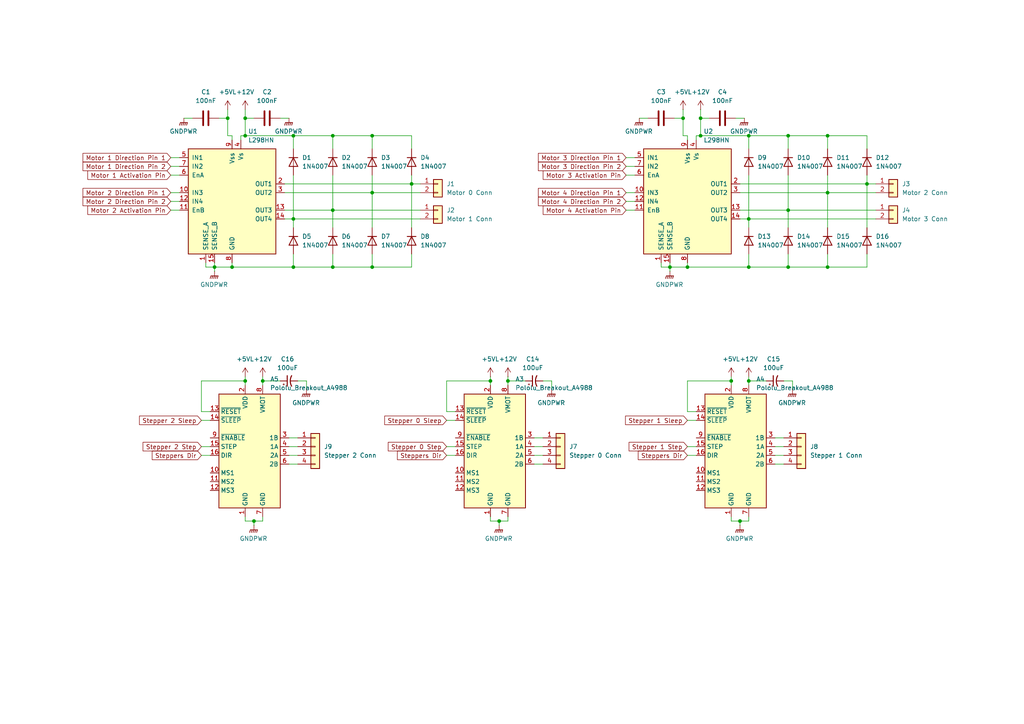
<source format=kicad_sch>
(kicad_sch (version 20250114) (generator "eeschema") (generator_version "9.0")
  (paper "A4")
  (lib_symbols
    (symbol "Connector_Generic:Conn_01x02" (pin_names (offset 1.016) (hide yes))
      (property "Reference" "J" (at 0 2.54 0))
      (property "Value" "Conn_01x02" (at 0 -5.08 0))
      (symbol "Conn_01x02_1_1"
        (rectangle (start -1.27 1.27) (end 1.27 -3.81) (stroke (width 0.254)) (fill (type background)))
        (rectangle (start -1.27 0.127) (end 0 -0.127) (stroke (width 0.1524)))
        (rectangle (start -1.27 -2.413) (end 0 -2.667) (stroke (width 0.1524)))
        (pin passive line (at -5.08 0 0) (length 3.81) (name "Pin_1") (number "1"))
        (pin passive line (at -5.08 -2.54 0) (length 3.81) (name "Pin_2") (number "2"))
      )
    )
    (symbol "Connector_Generic:Conn_01x04" (pin_names (offset 1.016) (hide yes))
      (property "Reference" "J" (at 0 5.08 0))
      (property "Value" "Conn_01x04" (at 0 -7.62 0))
      (symbol "Conn_01x04_1_1"
        (rectangle (start -1.27 3.81) (end 1.27 -6.35) (stroke (width 0.254)) (fill (type background)))
        (rectangle (start -1.27 2.667) (end 0 2.413) (stroke (width 0.1524)))
        (rectangle (start -1.27 0.127) (end 0 -0.127) (stroke (width 0.1524)))
        (rectangle (start -1.27 -2.413) (end 0 -2.667) (stroke (width 0.1524)))
        (rectangle (start -1.27 -4.953) (end 0 -5.207) (stroke (width 0.1524)))
        (pin passive line (at -5.08 2.54 0) (length 3.81) (name "Pin_1") (number "1"))
        (pin passive line (at -5.08 0 0) (length 3.81) (name "Pin_2") (number "2"))
        (pin passive line (at -5.08 -2.54 0) (length 3.81) (name "Pin_3") (number "3"))
        (pin passive line (at -5.08 -5.08 0) (length 3.81) (name "Pin_4") (number "4"))
      )
    )
    (symbol "Device:C" (pin_numbers (hide yes)) (pin_names (offset 0.254))
      (property "Reference" "C" (at 0.635 2.54 0))
      (property "Value" "C" (at 0.635 -2.54 0))
      (symbol "C_0_1"
        (polyline (pts (xy -2.032 0.762) (xy 2.032 0.762)) (stroke (width 0.508)))
        (polyline (pts (xy -2.032 -0.762) (xy 2.032 -0.762)) (stroke (width 0.508)))
      )
      (symbol "C_1_1"
        (pin passive line (at 0 3.81 270) (length 2.794) (name "~") (number "1"))
        (pin passive line (at 0 -3.81 90) (length 2.794) (name "~") (number "2"))
      )
    )
    (symbol "Device:C_Polarized_Small_US" (pin_numbers (hide yes)) (pin_names (offset 0.254) (hide yes))
      (property "Reference" "C" (at 0.254 1.778 0))
      (property "Value" "C_Polarized_Small_US" (at 0.254 -2.032 0))
      (symbol "C_Polarized_Small_US_0_1"
        (polyline (pts (xy -1.524 0.508) (xy 1.524 0.508)) (stroke (width 0.3048)))
        (polyline (pts (xy -1.27 1.524) (xy -0.762 1.524)))
        (polyline (pts (xy -1.016 1.27) (xy -1.016 1.778)))
        (arc (start -1.524 -0.762) (mid 0 -0.3734) (end 1.524 -0.762) (stroke (width 0.3048)))
      )
      (symbol "C_Polarized_Small_US_1_1"
        (pin passive line (at 0 2.54 270) (length 2.032) (name "~") (number "1"))
        (pin passive line (at 0 -2.54 90) (length 2.032) (name "~") (number "2"))
      )
    )
    (symbol "Diode:1N4007" (pin_numbers (hide yes)) (pin_names (hide yes))
      (property "Reference" "D" (at 0 2.54 0))
      (property "Value" "1N4007" (at 0 -2.54 0))
      (symbol "1N4007_0_1"
        (polyline (pts (xy -1.27 1.27) (xy -1.27 -1.27)) (stroke (width 0.254)))
        (polyline (pts (xy 1.27 1.27) (xy 1.27 -1.27) (xy -1.27 0) (xy 1.27 1.27)) (stroke (width 0.254)))
        (polyline (pts (xy 1.27 0) (xy -1.27 0)))
      )
      (symbol "1N4007_1_1"
        (pin passive line (at -3.81 0 0) (length 2.54) (name "K") (number "1"))
        (pin passive line (at 3.81 0 180) (length 2.54) (name "A") (number "2"))
      )
    )
    (symbol "Driver_Motor:L298HN" (pin_names (offset 1.016))
      (property "Reference" "U" (at -10.16 16.51 0))
      (property "Value" "L298HN" (at 12.7 16.51 0))
      (symbol "L298HN_0_1"
        (rectangle (start -12.7 15.24) (end 12.7 -15.24) (stroke (width 0.254)) (fill (type background)))
      )
      (symbol "L298HN_1_1"
        (pin input line (at -15.24 12.7 0) (length 2.54) (name "IN1") (number "5"))
        (pin input line (at -15.24 10.16 0) (length 2.54) (name "IN2") (number "7"))
        (pin input line (at -15.24 7.62 0) (length 2.54) (name "EnA") (number "6"))
        (pin input line (at -15.24 2.54 0) (length 2.54) (name "IN3") (number "10"))
        (pin input line (at -15.24 0 0) (length 2.54) (name "IN4") (number "12"))
        (pin input line (at -15.24 -2.54 0) (length 2.54) (name "EnB") (number "11"))
        (pin power_in line (at -7.62 -17.78 90) (length 2.54) (name "SENSE_A") (number "1"))
        (pin power_in line (at -5.08 -17.78 90) (length 2.54) (name "SENSE_B") (number "15"))
        (pin power_in line (at 0 17.78 270) (length 2.54) (name "Vss") (number "9"))
        (pin power_in line (at 0 -17.78 90) (length 2.54) (name "GND") (number "8"))
        (pin power_in line (at 2.54 17.78 270) (length 2.54) (name "Vs") (number "4"))
        (pin output line (at 15.24 5.08 180) (length 2.54) (name "OUT1") (number "2"))
        (pin output line (at 15.24 2.54 180) (length 2.54) (name "OUT2") (number "3"))
        (pin output line (at 15.24 -2.54 180) (length 2.54) (name "OUT3") (number "13"))
        (pin output line (at 15.24 -5.08 180) (length 2.54) (name "OUT4") (number "14"))
      )
    )
    (symbol "Driver_Motor:Pololu_Breakout_A4988"
      (property "Reference" "A" (at -2.54 19.05 0))
      (property "Value" "Pololu_Breakout_A4988" (at -2.54 16.51 0))
      (symbol "Pololu_Breakout_A4988_0_1"
        (rectangle (start 10.16 -17.78) (end -7.62 15.24) (stroke (width 0.254)) (fill (type background)))
      )
      (symbol "Pololu_Breakout_A4988_1_1"
        (pin input line (at -10.16 10.16 0) (length 2.54) (name "~{RESET}") (number "13"))
        (pin input line (at -10.16 7.62 0) (length 2.54) (name "~{SLEEP}") (number "14"))
        (pin input line (at -10.16 2.54 0) (length 2.54) (name "~{ENABLE}") (number "9"))
        (pin input line (at -10.16 0 0) (length 2.54) (name "STEP") (number "15"))
        (pin input line (at -10.16 -2.54 0) (length 2.54) (name "DIR") (number "16"))
        (pin input line (at -10.16 -7.62 0) (length 2.54) (name "MS1") (number "10"))
        (pin input line (at -10.16 -10.16 0) (length 2.54) (name "MS2") (number "11"))
        (pin input line (at -10.16 -12.7 0) (length 2.54) (name "MS3") (number "12"))
        (pin power_in line (at 0 17.78 270) (length 2.54) (name "VDD") (number "2"))
        (pin power_in line (at 0 -20.32 90) (length 2.54) (name "GND") (number "1"))
        (pin power_in line (at 5.08 17.78 270) (length 2.54) (name "VMOT") (number "8"))
        (pin power_in line (at 5.08 -20.32 90) (length 2.54) (name "GND") (number "7"))
        (pin output line (at 12.7 2.54 180) (length 2.54) (name "1B") (number "3"))
        (pin output line (at 12.7 0 180) (length 2.54) (name "1A") (number "4"))
        (pin output line (at 12.7 -2.54 180) (length 2.54) (name "2A") (number "5"))
        (pin output line (at 12.7 -5.08 180) (length 2.54) (name "2B") (number "6"))
      )
    )
    (symbol "power:+12V" (power) (pin_numbers (hide yes)) (pin_names (offset 0) (hide yes))
      (property "Value" "+12V" (at 0 3.556 0))
      (symbol "+12V_0_1"
        (polyline (pts (xy -0.762 1.27) (xy 0 2.54)))
        (polyline (pts (xy 0 2.54) (xy 0.762 1.27)))
        (polyline (pts (xy 0 0) (xy 0 2.54)))
      )
      (symbol "+12V_1_1"
        (pin power_in line (at 0 0 90) (length 0) (name "~") (number "1"))
      )
    )
    (symbol "power:+5VL" (power) (pin_numbers (hide yes)) (pin_names (offset 0) (hide yes))
      (property "Value" "+5VL" (at 0 3.556 0))
      (symbol "+5VL_0_1"
        (polyline (pts (xy -0.762 1.27) (xy 0 2.54)))
        (polyline (pts (xy 0 2.54) (xy 0.762 1.27)))
        (polyline (pts (xy 0 0) (xy 0 2.54)))
      )
      (symbol "+5VL_1_1"
        (pin power_in line (at 0 0 90) (length 0) (name "~") (number "1"))
      )
    )
    (symbol "power:GNDPWR" (power) (pin_numbers (hide yes)) (pin_names (offset 0) (hide yes))
      (property "Value" "GNDPWR" (at 0 -3.302 0))
      (symbol "GNDPWR_0_1"
        (polyline (pts (xy -1.016 -1.27) (xy -1.27 -2.032) (xy -1.27 -2.032)) (stroke (width 0.2032)))
        (polyline (pts (xy -0.508 -1.27) (xy -0.762 -2.032) (xy -0.762 -2.032)) (stroke (width 0.2032)))
        (polyline (pts (xy 0 -1.27) (xy 0 0)))
        (polyline (pts (xy 0 -1.27) (xy -0.254 -2.032) (xy -0.254 -2.032)) (stroke (width 0.2032)))
        (polyline (pts (xy 0.508 -1.27) (xy 0.254 -2.032) (xy 0.254 -2.032)) (stroke (width 0.2032)))
        (polyline (pts (xy 1.016 -1.27) (xy -1.016 -1.27) (xy -1.016 -1.27)) (stroke (width 0.2032)))
        (polyline (pts (xy 1.016 -1.27) (xy 0.762 -2.032) (xy 0.762 -2.032) (xy 0.762 -2.032)) (stroke (width 0.2032)))
      )
      (symbol "GNDPWR_1_1"
        (pin power_in line (at 0 0 270) (length 0) (name "~") (number "1"))
      )
    )
  )
  (junction (at 228.6 60.96))
  (junction (at 142.24 110.49))
  (junction (at 212.09 110.49))
  (junction (at 147.32 110.49))
  (junction (at 107.95 39.37))
  (junction (at 96.52 77.47))
  (junction (at 228.6 77.47))
  (junction (at 217.17 110.49))
  (junction (at 85.09 77.47))
  (junction (at 144.78 151.13))
  (junction (at 217.17 63.5))
  (junction (at 85.09 39.37))
  (junction (at 96.52 60.96))
  (junction (at 194.31 77.47))
  (junction (at 214.63 151.13))
  (junction (at 119.38 53.34))
  (junction (at 240.03 39.37))
  (junction (at 73.66 151.13))
  (junction (at 66.04 34.29))
  (junction (at 240.03 55.88))
  (junction (at 203.2 34.29))
  (junction (at 67.31 77.47))
  (junction (at 85.09 63.5))
  (junction (at 107.95 55.88))
  (junction (at 240.03 77.47))
  (junction (at 198.12 34.29))
  (junction (at 217.17 39.37))
  (junction (at 203.2 39.37))
  (junction (at 217.17 77.47))
  (junction (at 71.12 34.29))
  (junction (at 251.46 53.34))
  (junction (at 199.39 77.47))
  (junction (at 71.12 39.37))
  (junction (at 107.95 77.47))
  (junction (at 62.23 77.47))
  (junction (at 96.52 39.37))
  (junction (at 71.12 110.49))
  (junction (at 76.2 110.49))
  (junction (at 228.6 39.37))
  (wire (pts (xy 217.17 63.5) (xy 254 63.5)))
  (wire (pts (xy 71.12 34.29) (xy 71.12 39.37)))
  (wire (pts (xy 198.12 31.75) (xy 198.12 34.29)))
  (wire (pts (xy 181.61 45.72) (xy 184.15 45.72)))
  (wire (pts (xy 88.9 110.49) (xy 88.9 113.03)))
  (wire (pts (xy 107.95 39.37) (xy 119.38 39.37)))
  (wire (pts (xy 71.12 151.13) (xy 73.66 151.13)))
  (wire (pts (xy 85.09 63.5) (xy 85.09 66.04)))
  (wire (pts (xy 59.69 76.2) (xy 59.69 77.47)))
  (wire (pts (xy 214.63 60.96) (xy 228.6 60.96)))
  (wire (pts (xy 228.6 77.47) (xy 240.03 77.47)))
  (wire (pts (xy 58.42 110.49) (xy 71.12 110.49)))
  (wire (pts (xy 217.17 63.5) (xy 217.17 66.04)))
  (wire (pts (xy 201.93 39.37) (xy 203.2 39.37)))
  (wire (pts (xy 191.77 77.47) (xy 194.31 77.47)))
  (wire (pts (xy 251.46 50.8) (xy 251.46 53.34)))
  (wire (pts (xy 82.55 63.5) (xy 85.09 63.5)))
  (wire (pts (xy 83.82 127) (xy 86.36 127)))
  (wire (pts (xy 199.39 76.2) (xy 199.39 77.47)))
  (wire (pts (xy 76.2 110.49) (xy 76.2 111.76)))
  (wire (pts (xy 214.63 63.5) (xy 217.17 63.5)))
  (wire (pts (xy 66.04 39.37) (xy 67.31 39.37)))
  (wire (pts (xy 73.66 152.4) (xy 73.66 151.13)))
  (wire (pts (xy 217.17 43.18) (xy 217.17 39.37)))
  (wire (pts (xy 119.38 73.66) (xy 119.38 77.47)))
  (wire (pts (xy 214.63 55.88) (xy 240.03 55.88)))
  (wire (pts (xy 154.94 127) (xy 157.48 127)))
  (wire (pts (xy 224.79 134.62) (xy 227.33 134.62)))
  (wire (pts (xy 129.54 121.92) (xy 132.08 121.92)))
  (wire (pts (xy 240.03 73.66) (xy 240.03 77.47)))
  (wire (pts (xy 85.09 77.47) (xy 96.52 77.47)))
  (wire (pts (xy 144.78 152.4) (xy 144.78 151.13)))
  (wire (pts (xy 154.94 132.08) (xy 157.48 132.08)))
  (wire (pts (xy 49.53 45.72) (xy 52.07 45.72)))
  (wire (pts (xy 96.52 50.8) (xy 96.52 60.96)))
  (wire (pts (xy 129.54 110.49) (xy 142.24 110.49)))
  (wire (pts (xy 224.79 132.08) (xy 227.33 132.08)))
  (wire (pts (xy 85.09 73.66) (xy 85.09 77.47)))
  (wire (pts (xy 217.17 50.8) (xy 217.17 63.5)))
  (wire (pts (xy 217.17 73.66) (xy 217.17 77.47)))
  (wire (pts (xy 224.79 127) (xy 227.33 127)))
  (wire (pts (xy 67.31 76.2) (xy 67.31 77.47)))
  (wire (pts (xy 67.31 39.37) (xy 67.31 40.64)))
  (wire (pts (xy 107.95 55.88) (xy 121.92 55.88)))
  (wire (pts (xy 63.5 34.29) (xy 66.04 34.29)))
  (wire (pts (xy 147.32 109.22) (xy 147.32 110.49)))
  (wire (pts (xy 199.39 77.47) (xy 217.17 77.47)))
  (wire (pts (xy 217.17 110.49) (xy 222.25 110.49)))
  (wire (pts (xy 181.61 50.8) (xy 184.15 50.8)))
  (wire (pts (xy 76.2 109.22) (xy 76.2 110.49)))
  (wire (pts (xy 229.87 110.49) (xy 229.87 113.03)))
  (wire (pts (xy 53.34 34.29) (xy 55.88 34.29)))
  (wire (pts (xy 160.02 110.49) (xy 160.02 113.03)))
  (wire (pts (xy 71.12 109.22) (xy 71.12 110.49)))
  (wire (pts (xy 198.12 34.29) (xy 198.12 39.37)))
  (wire (pts (xy 107.95 55.88) (xy 107.95 66.04)))
  (wire (pts (xy 199.39 129.54) (xy 201.93 129.54)))
  (wire (pts (xy 217.17 149.86) (xy 217.17 151.13)))
  (wire (pts (xy 228.6 73.66) (xy 228.6 77.47)))
  (wire (pts (xy 71.12 149.86) (xy 71.12 151.13)))
  (wire (pts (xy 96.52 39.37) (xy 107.95 39.37)))
  (wire (pts (xy 203.2 39.37) (xy 217.17 39.37)))
  (wire (pts (xy 224.79 129.54) (xy 227.33 129.54)))
  (wire (pts (xy 96.52 73.66) (xy 96.52 77.47)))
  (wire (pts (xy 157.48 110.49) (xy 160.02 110.49)))
  (wire (pts (xy 228.6 60.96) (xy 254 60.96)))
  (wire (pts (xy 199.39 119.38) (xy 201.93 119.38)))
  (wire (pts (xy 203.2 34.29) (xy 205.74 34.29)))
  (wire (pts (xy 147.32 110.49) (xy 152.4 110.49)))
  (wire (pts (xy 212.09 110.49) (xy 212.09 111.76)))
  (wire (pts (xy 240.03 50.8) (xy 240.03 55.88)))
  (wire (pts (xy 147.32 151.13) (xy 144.78 151.13)))
  (wire (pts (xy 154.94 129.54) (xy 157.48 129.54)))
  (wire (pts (xy 71.12 110.49) (xy 71.12 111.76)))
  (wire (pts (xy 49.53 50.8) (xy 52.07 50.8)))
  (wire (pts (xy 227.33 110.49) (xy 229.87 110.49)))
  (wire (pts (xy 66.04 31.75) (xy 66.04 34.29)))
  (wire (pts (xy 181.61 48.26) (xy 184.15 48.26)))
  (wire (pts (xy 58.42 119.38) (xy 60.96 119.38)))
  (wire (pts (xy 147.32 110.49) (xy 147.32 111.76)))
  (wire (pts (xy 129.54 119.38) (xy 132.08 119.38)))
  (wire (pts (xy 199.39 39.37) (xy 198.12 39.37)))
  (wire (pts (xy 85.09 63.5) (xy 121.92 63.5)))
  (wire (pts (xy 199.39 77.47) (xy 194.31 77.47)))
  (wire (pts (xy 240.03 55.88) (xy 240.03 66.04)))
  (wire (pts (xy 199.39 119.38) (xy 199.39 110.49)))
  (wire (pts (xy 83.82 134.62) (xy 86.36 134.62)))
  (wire (pts (xy 107.95 73.66) (xy 107.95 77.47)))
  (wire (pts (xy 81.28 34.29) (xy 83.82 34.29)))
  (wire (pts (xy 240.03 55.88) (xy 254 55.88)))
  (wire (pts (xy 203.2 34.29) (xy 203.2 39.37)))
  (wire (pts (xy 212.09 149.86) (xy 212.09 151.13)))
  (wire (pts (xy 58.42 132.08) (xy 60.96 132.08)))
  (wire (pts (xy 142.24 110.49) (xy 142.24 111.76)))
  (wire (pts (xy 154.94 134.62) (xy 157.48 134.62)))
  (wire (pts (xy 58.42 121.92) (xy 60.96 121.92)))
  (wire (pts (xy 107.95 50.8) (xy 107.95 55.88)))
  (wire (pts (xy 199.39 121.92) (xy 201.93 121.92)))
  (wire (pts (xy 119.38 43.18) (xy 119.38 39.37)))
  (wire (pts (xy 217.17 109.22) (xy 217.17 110.49)))
  (wire (pts (xy 82.55 60.96) (xy 96.52 60.96)))
  (wire (pts (xy 240.03 39.37) (xy 240.03 43.18)))
  (wire (pts (xy 82.55 55.88) (xy 107.95 55.88)))
  (wire (pts (xy 199.39 132.08) (xy 201.93 132.08)))
  (wire (pts (xy 214.63 152.4) (xy 214.63 151.13)))
  (wire (pts (xy 228.6 50.8) (xy 228.6 60.96)))
  (wire (pts (xy 71.12 39.37) (xy 85.09 39.37)))
  (wire (pts (xy 76.2 149.86) (xy 76.2 151.13)))
  (wire (pts (xy 66.04 34.29) (xy 66.04 39.37)))
  (wire (pts (xy 212.09 109.22) (xy 212.09 110.49)))
  (wire (pts (xy 214.63 53.34) (xy 251.46 53.34)))
  (wire (pts (xy 228.6 39.37) (xy 217.17 39.37)))
  (wire (pts (xy 147.32 149.86) (xy 147.32 151.13)))
  (wire (pts (xy 85.09 77.47) (xy 67.31 77.47)))
  (wire (pts (xy 195.58 34.29) (xy 198.12 34.29)))
  (wire (pts (xy 96.52 60.96) (xy 121.92 60.96)))
  (wire (pts (xy 251.46 39.37) (xy 240.03 39.37)))
  (wire (pts (xy 69.85 39.37) (xy 69.85 40.64)))
  (wire (pts (xy 71.12 34.29) (xy 73.66 34.29)))
  (wire (pts (xy 228.6 60.96) (xy 228.6 66.04)))
  (wire (pts (xy 71.12 39.37) (xy 69.85 39.37)))
  (wire (pts (xy 107.95 39.37) (xy 107.95 43.18)))
  (wire (pts (xy 86.36 110.49) (xy 88.9 110.49)))
  (wire (pts (xy 142.24 149.86) (xy 142.24 151.13)))
  (wire (pts (xy 96.52 39.37) (xy 96.52 43.18)))
  (wire (pts (xy 62.23 77.47) (xy 67.31 77.47)))
  (wire (pts (xy 85.09 50.8) (xy 85.09 63.5)))
  (wire (pts (xy 251.46 53.34) (xy 251.46 66.04)))
  (wire (pts (xy 96.52 60.96) (xy 96.52 66.04)))
  (wire (pts (xy 240.03 77.47) (xy 251.46 77.47)))
  (wire (pts (xy 240.03 39.37) (xy 228.6 39.37)))
  (wire (pts (xy 212.09 151.13) (xy 214.63 151.13)))
  (wire (pts (xy 83.82 132.08) (xy 86.36 132.08)))
  (wire (pts (xy 129.54 129.54) (xy 132.08 129.54)))
  (wire (pts (xy 203.2 31.75) (xy 203.2 34.29)))
  (wire (pts (xy 49.53 60.96) (xy 52.07 60.96)))
  (wire (pts (xy 76.2 151.13) (xy 73.66 151.13)))
  (wire (pts (xy 181.61 60.96) (xy 184.15 60.96)))
  (wire (pts (xy 185.42 34.29) (xy 187.96 34.29)))
  (wire (pts (xy 85.09 39.37) (xy 85.09 43.18)))
  (wire (pts (xy 96.52 77.47) (xy 107.95 77.47)))
  (wire (pts (xy 71.12 31.75) (xy 71.12 34.29)))
  (wire (pts (xy 58.42 119.38) (xy 58.42 110.49)))
  (wire (pts (xy 83.82 129.54) (xy 86.36 129.54)))
  (wire (pts (xy 199.39 110.49) (xy 212.09 110.49)))
  (wire (pts (xy 217.17 77.47) (xy 228.6 77.47)))
  (wire (pts (xy 142.24 109.22) (xy 142.24 110.49)))
  (wire (pts (xy 82.55 53.34) (xy 119.38 53.34)))
  (wire (pts (xy 49.53 48.26) (xy 52.07 48.26)))
  (wire (pts (xy 49.53 55.88) (xy 52.07 55.88)))
  (wire (pts (xy 201.93 40.64) (xy 201.93 39.37)))
  (wire (pts (xy 76.2 110.49) (xy 81.28 110.49)))
  (wire (pts (xy 194.31 77.47) (xy 194.31 76.2)))
  (wire (pts (xy 58.42 129.54) (xy 60.96 129.54)))
  (wire (pts (xy 85.09 39.37) (xy 96.52 39.37)))
  (wire (pts (xy 181.61 58.42) (xy 184.15 58.42)))
  (wire (pts (xy 217.17 151.13) (xy 214.63 151.13)))
  (wire (pts (xy 251.46 73.66) (xy 251.46 77.47)))
  (wire (pts (xy 119.38 50.8) (xy 119.38 53.34)))
  (wire (pts (xy 129.54 119.38) (xy 129.54 110.49)))
  (wire (pts (xy 217.17 110.49) (xy 217.17 111.76)))
  (wire (pts (xy 191.77 76.2) (xy 191.77 77.47)))
  (wire (pts (xy 49.53 58.42) (xy 52.07 58.42)))
  (wire (pts (xy 199.39 40.64) (xy 199.39 39.37)))
  (wire (pts (xy 194.31 77.47) (xy 194.31 78.74)))
  (wire (pts (xy 62.23 76.2) (xy 62.23 77.47)))
  (wire (pts (xy 62.23 77.47) (xy 62.23 78.74)))
  (wire (pts (xy 213.36 34.29) (xy 215.9 34.29)))
  (wire (pts (xy 251.46 43.18) (xy 251.46 39.37)))
  (wire (pts (xy 59.69 77.47) (xy 62.23 77.47)))
  (wire (pts (xy 251.46 53.34) (xy 254 53.34)))
  (wire (pts (xy 119.38 53.34) (xy 119.38 66.04)))
  (wire (pts (xy 181.61 55.88) (xy 184.15 55.88)))
  (wire (pts (xy 107.95 77.47) (xy 119.38 77.47)))
  (wire (pts (xy 119.38 53.34) (xy 121.92 53.34)))
  (wire (pts (xy 228.6 43.18) (xy 228.6 39.37)))
  (wire (pts (xy 129.54 132.08) (xy 132.08 132.08)))
  (wire (pts (xy 142.24 151.13) (xy 144.78 151.13)))
  (global_label "Motor 3 Direction Pin 1" (shape input) (at 181.61 45.72 180) (property "Intersheetrefs" "${INTERSHEET_REFS}" (effects (hide yes))))
  (global_label "Stepper 0 Step" (shape input) (at 129.54 129.54 180) (property "Intersheetrefs" "${INTERSHEET_REFS}" (effects (hide yes))))
  (global_label "Motor 4 Activation Pin" (shape input) (at 181.61 60.96 180) (property "Intersheetrefs" "${INTERSHEET_REFS}" (effects (hide yes))))
  (global_label "Stepper 2 Step" (shape input) (at 58.42 129.54 180) (property "Intersheetrefs" "${INTERSHEET_REFS}" (effects (hide yes))))
  (global_label "Stepper 1 Sleep" (shape input) (at 199.39 121.92 180) (property "Intersheetrefs" "${INTERSHEET_REFS}" (effects (hide yes))))
  (global_label "Motor 1 Activation Pin" (shape input) (at 49.53 50.8 180) (property "Intersheetrefs" "${INTERSHEET_REFS}" (effects (hide yes))))
  (global_label "Steppers Dir" (shape input) (at 129.54 132.08 180) (property "Intersheetrefs" "${INTERSHEET_REFS}" (effects (hide yes))))
  (global_label "Motor 3 Activation Pin" (shape input) (at 181.61 50.8 180) (property "Intersheetrefs" "${INTERSHEET_REFS}" (effects (hide yes))))
  (global_label "Motor 2 Direction Pin 1" (shape input) (at 49.53 55.88 180) (property "Intersheetrefs" "${INTERSHEET_REFS}" (effects (hide yes))))
  (global_label "Motor 3 Direction Pin 2" (shape input) (at 181.61 48.26 180) (property "Intersheetrefs" "${INTERSHEET_REFS}" (effects (hide yes))))
  (global_label "Motor 1 Direction Pin 1" (shape input) (at 49.53 45.72 180) (property "Intersheetrefs" "${INTERSHEET_REFS}" (effects (hide yes))))
  (global_label "Motor 4 Direction Pin 2" (shape input) (at 181.61 58.42 180) (property "Intersheetrefs" "${INTERSHEET_REFS}" (effects (hide yes))))
  (global_label "Stepper 1 Step" (shape input) (at 199.39 129.54 180) (property "Intersheetrefs" "${INTERSHEET_REFS}" (effects (hide yes))))
  (global_label "Steppers Dir" (shape input) (at 58.42 132.08 180) (property "Intersheetrefs" "${INTERSHEET_REFS}" (effects (hide yes))))
  (global_label "Steppers Dir" (shape input) (at 199.39 132.08 180) (property "Intersheetrefs" "${INTERSHEET_REFS}" (effects (hide yes))))
  (global_label "Motor 1 Direction Pin 2" (shape input) (at 49.53 48.26 180) (property "Intersheetrefs" "${INTERSHEET_REFS}" (effects (hide yes))))
  (global_label "Motor 4 Direction Pin 1" (shape input) (at 181.61 55.88 180) (property "Intersheetrefs" "${INTERSHEET_REFS}" (effects (hide yes))))
  (global_label "Stepper 0 Sleep" (shape input) (at 129.54 121.92 180) (property "Intersheetrefs" "${INTERSHEET_REFS}" (effects (hide yes))))
  (global_label "Motor 2 Activation Pin" (shape input) (at 49.53 60.96 180) (property "Intersheetrefs" "${INTERSHEET_REFS}" (effects (hide yes))))
  (global_label "Motor 2 Direction Pin 2" (shape input) (at 49.53 58.42 180) (property "Intersheetrefs" "${INTERSHEET_REFS}" (effects (hide yes))))
  (global_label "Stepper 2 Sleep" (shape input) (at 58.42 121.92 180) (property "Intersheetrefs" "${INTERSHEET_REFS}" (effects (hide yes))))
  (symbol (lib_id "Connector_Generic:Conn_01x02") (at 127 53.34 0) (unit 1)
    (property "Reference" "J1" (at 129.54 53.3399 0) (effects (justify left)))
    (property "Value" "Motor 0 Conn" (at 129.54 55.8799 0) (effects (justify left)))
    (property "Description" "Generic connector, single row, 01x02, script generated (kicad-library-utils/schlib/autogen/connector/)" (effects (hide yes)))
  )
  (symbol (lib_id "Diode:1N4007") (at 85.09 46.99 270) (unit 1)
    (property "Reference" "D1" (at 87.63 45.7199 90) (effects (justify left)))
    (property "Value" "1N4007" (at 87.63 48.2599 90) (effects (justify left)))
    (property "Footprint" "Diode_THT:D_DO-41_SOD81_P10.16mm_Horizontal" (effects (hide yes)))
    (property "Datasheet" "http://www.vishay.com/docs/88503/1n4001.pdf" (effects (hide yes)))
    (property "Description" "1000V 1A General Purpose Rectifier Diode, DO-41" (effects (hide yes)))
    (property "Sim.Device" "D" (effects (hide yes)))
    (property "Sim.Pins" "1=K 2=A" (effects (hide yes)))
  )
  (symbol (lib_id "Driver_Motor:L298HN") (at 67.31 58.42 0) (unit 1)
    (property "Reference" "U1" (at 71.9933 38.1 0) (effects (justify left)))
    (property "Value" "L298HN" (at 71.9933 40.64 0) (effects (justify left)))
    (property "Footprint" "Package_TO_SOT_THT:TO-220-15_P2.54x2.54mm_StaggerOdd_Lead5.84mm_TabDown" (effects (hide yes)))
    (property "Datasheet" "http://www.st.com/st-web-ui/static/active/en/resource/technical/document/datasheet/CD00000240.pdf" (effects (hide yes)))
    (property "Description" "Dual full bridge motor driver, up to 46V, 4A, Multiwatt15-H" (effects (hide yes)))
  )
  (symbol (lib_id "Diode:1N4007") (at 217.17 69.85 270) (unit 1)
    (property "Reference" "D13" (at 219.71 68.5799 90) (effects (justify left)))
    (property "Value" "1N4007" (at 219.71 71.1199 90) (effects (justify left)))
    (property "Footprint" "Diode_THT:D_DO-41_SOD81_P10.16mm_Horizontal" (effects (hide yes)))
    (property "Datasheet" "http://www.vishay.com/docs/88503/1n4001.pdf" (effects (hide yes)))
    (property "Description" "1000V 1A General Purpose Rectifier Diode, DO-41" (effects (hide yes)))
    (property "Sim.Device" "D" (effects (hide yes)))
    (property "Sim.Pins" "1=K 2=A" (effects (hide yes)))
  )
  (symbol (lib_id "power:GNDPWR") (at 214.63 152.4 0) (unit 1)
    (property "Reference" "#PWR031" (effects (hide yes)))
    (property "Value" "GNDPWR" (at 214.503 156.21 0))
    (property "Description" "Power symbol creates a global label with name \"GNDPWR\" , global ground" (effects (hide yes)))
  )
  (symbol (lib_id "power:+12V") (at 71.12 31.75 0) (unit 1)
    (property "Reference" "#PWR04" (effects (hide yes)))
    (property "Value" "+12V" (at 71.12 26.67 0))
    (property "Description" "Power symbol creates a global label with name \"+12V\"" (effects (hide yes)))
  )
  (symbol (lib_id "power:GNDPWR") (at 215.9 34.29 0) (unit 1)
    (property "Reference" "#PWR010" (effects (hide yes)))
    (property "Value" "GNDPWR" (at 215.773 38.1 0))
    (property "Description" "Power symbol creates a global label with name \"GNDPWR\" , global ground" (effects (hide yes)))
  )
  (symbol (lib_id "Driver_Motor:Pololu_Breakout_A4988") (at 71.12 129.54 0) (unit 1)
    (property "Reference" "A5" (at 78.3433 109.22 0) (effects (justify left top)))
    (property "Value" "Pololu_Breakout_A4988" (at 78.3433 111.76 0) (effects (justify left top)))
    (property "Footprint" "Module:Pololu_Breakout-16_15.2x20.3mm" (effects (hide yes)))
    (property "Datasheet" "https://www.pololu.com/product/2980/pictures" (effects (hide yes)))
    (property "Description" "Pololu Breakout Board, Stepper Driver A4988" (effects (hide yes)))
  )
  (symbol (lib_id "power:GNDPWR") (at 53.34 34.29 0) (unit 1)
    (property "Reference" "#PWR08" (effects (hide yes)))
    (property "Value" "GNDPWR" (at 53.213 38.1 0))
    (property "Description" "Power symbol creates a global label with name \"GNDPWR\" , global ground" (effects (hide yes)))
  )
  (symbol (lib_id "Connector_Generic:Conn_01x02") (at 259.08 53.34 0) (unit 1)
    (property "Reference" "J3" (at 261.62 53.3399 0) (effects (justify left)))
    (property "Value" "Motor 2 Conn" (at 261.62 55.8799 0) (effects (justify left)))
    (property "Description" "Generic connector, single row, 01x02, script generated (kicad-library-utils/schlib/autogen/connector/)" (effects (hide yes)))
  )
  (symbol (lib_id "Diode:1N4007") (at 96.52 69.85 270) (unit 1)
    (property "Reference" "D6" (at 99.06 68.5799 90) (effects (justify left)))
    (property "Value" "1N4007" (at 99.06 71.1199 90) (effects (justify left)))
    (property "Footprint" "Diode_THT:D_DO-41_SOD81_P10.16mm_Horizontal" (effects (hide yes)))
    (property "Datasheet" "http://www.vishay.com/docs/88503/1n4001.pdf" (effects (hide yes)))
    (property "Description" "1000V 1A General Purpose Rectifier Diode, DO-41" (effects (hide yes)))
    (property "Sim.Device" "D" (effects (hide yes)))
    (property "Sim.Pins" "1=K 2=A" (effects (hide yes)))
  )
  (symbol (lib_id "Diode:1N4007") (at 251.46 69.85 270) (unit 1)
    (property "Reference" "D16" (at 254 68.5799 90) (effects (justify left)))
    (property "Value" "1N4007" (at 254 71.1199 90) (effects (justify left)))
    (property "Footprint" "Diode_THT:D_DO-41_SOD81_P10.16mm_Horizontal" (effects (hide yes)))
    (property "Datasheet" "http://www.vishay.com/docs/88503/1n4001.pdf" (effects (hide yes)))
    (property "Description" "1000V 1A General Purpose Rectifier Diode, DO-41" (effects (hide yes)))
    (property "Sim.Device" "D" (effects (hide yes)))
    (property "Sim.Pins" "1=K 2=A" (effects (hide yes)))
  )
  (symbol (lib_id "Device:C_Polarized_Small_US") (at 154.94 110.49 90) (unit 1)
    (property "Reference" "C14" (at 154.5082 104.14 90))
    (property "Value" "100uF" (at 154.5082 106.68 90))
    (property "Description" "Polarized capacitor, small US symbol" (effects (hide yes)))
  )
  (symbol (lib_id "Connector_Generic:Conn_01x04") (at 162.56 129.54 0) (unit 1)
    (property "Reference" "J7" (at 165.1 129.5399 0) (effects (justify left)))
    (property "Value" "Stepper 0 Conn" (at 165.1 132.0799 0) (effects (justify left)))
    (property "Description" "Generic connector, single row, 01x04, script generated (kicad-library-utils/schlib/autogen/connector/)" (effects (hide yes)))
  )
  (symbol (lib_id "power:+12V") (at 147.32 109.22 0) (unit 1)
    (property "Reference" "#PWR026" (effects (hide yes)))
    (property "Value" "+12V" (at 147.32 104.14 0))
    (property "Description" "Power symbol creates a global label with name \"+12V\"" (effects (hide yes)))
  )
  (symbol (lib_id "power:GNDPWR") (at 144.78 152.4 0) (unit 1)
    (property "Reference" "#PWR028" (effects (hide yes)))
    (property "Value" "GNDPWR" (at 144.653 156.21 0))
    (property "Description" "Power symbol creates a global label with name \"GNDPWR\" , global ground" (effects (hide yes)))
  )
  (symbol (lib_id "power:GNDPWR") (at 160.02 113.03 0) (unit 1)
    (property "Reference" "#PWR029" (effects (hide yes)))
    (property "Value" "GNDPWR" (at 159.893 116.84 0))
    (property "Description" "Power symbol creates a global label with name \"GNDPWR\" , global ground" (effects (hide yes)))
  )
  (symbol (lib_id "Diode:1N4007") (at 217.17 46.99 270) (unit 1)
    (property "Reference" "D9" (at 219.71 45.7199 90) (effects (justify left)))
    (property "Value" "1N4007" (at 219.71 48.2599 90) (effects (justify left)))
    (property "Footprint" "Diode_THT:D_DO-41_SOD81_P10.16mm_Horizontal" (effects (hide yes)))
    (property "Datasheet" "http://www.vishay.com/docs/88503/1n4001.pdf" (effects (hide yes)))
    (property "Description" "1000V 1A General Purpose Rectifier Diode, DO-41" (effects (hide yes)))
    (property "Sim.Device" "D" (effects (hide yes)))
    (property "Sim.Pins" "1=K 2=A" (effects (hide yes)))
  )
  (symbol (lib_id "Diode:1N4007") (at 85.09 69.85 270) (unit 1)
    (property "Reference" "D5" (at 87.63 68.5799 90) (effects (justify left)))
    (property "Value" "1N4007" (at 87.63 71.1199 90) (effects (justify left)))
    (property "Footprint" "Diode_THT:D_DO-41_SOD81_P10.16mm_Horizontal" (effects (hide yes)))
    (property "Datasheet" "http://www.vishay.com/docs/88503/1n4001.pdf" (effects (hide yes)))
    (property "Description" "1000V 1A General Purpose Rectifier Diode, DO-41" (effects (hide yes)))
    (property "Sim.Device" "D" (effects (hide yes)))
    (property "Sim.Pins" "1=K 2=A" (effects (hide yes)))
  )
  (symbol (lib_id "power:+12V") (at 76.2 109.22 0) (unit 1)
    (property "Reference" "#PWR036" (effects (hide yes)))
    (property "Value" "+12V" (at 76.2 104.14 0))
    (property "Description" "Power symbol creates a global label with name \"+12V\"" (effects (hide yes)))
  )
  (symbol (lib_id "Diode:1N4007") (at 228.6 46.99 270) (unit 1)
    (property "Reference" "D10" (at 231.14 45.7199 90) (effects (justify left)))
    (property "Value" "1N4007" (at 231.14 48.2599 90) (effects (justify left)))
    (property "Footprint" "Diode_THT:D_DO-41_SOD81_P10.16mm_Horizontal" (effects (hide yes)))
    (property "Datasheet" "http://www.vishay.com/docs/88503/1n4001.pdf" (effects (hide yes)))
    (property "Description" "1000V 1A General Purpose Rectifier Diode, DO-41" (effects (hide yes)))
    (property "Sim.Device" "D" (effects (hide yes)))
    (property "Sim.Pins" "1=K 2=A" (effects (hide yes)))
  )
  (symbol (lib_id "Diode:1N4007") (at 96.52 46.99 270) (unit 1)
    (property "Reference" "D2" (at 99.06 45.7199 90) (effects (justify left)))
    (property "Value" "1N4007" (at 99.06 48.2599 90) (effects (justify left)))
    (property "Footprint" "Diode_THT:D_DO-41_SOD81_P10.16mm_Horizontal" (effects (hide yes)))
    (property "Datasheet" "http://www.vishay.com/docs/88503/1n4001.pdf" (effects (hide yes)))
    (property "Description" "1000V 1A General Purpose Rectifier Diode, DO-41" (effects (hide yes)))
    (property "Sim.Device" "D" (effects (hide yes)))
    (property "Sim.Pins" "1=K 2=A" (effects (hide yes)))
  )
  (symbol (lib_id "Diode:1N4007") (at 228.6 69.85 270) (unit 1)
    (property "Reference" "D14" (at 231.14 68.5799 90) (effects (justify left)))
    (property "Value" "1N4007" (at 231.14 71.1199 90) (effects (justify left)))
    (property "Footprint" "Diode_THT:D_DO-41_SOD81_P10.16mm_Horizontal" (effects (hide yes)))
    (property "Datasheet" "http://www.vishay.com/docs/88503/1n4001.pdf" (effects (hide yes)))
    (property "Description" "1000V 1A General Purpose Rectifier Diode, DO-41" (effects (hide yes)))
    (property "Sim.Device" "D" (effects (hide yes)))
    (property "Sim.Pins" "1=K 2=A" (effects (hide yes)))
  )
  (symbol (lib_id "Connector_Generic:Conn_01x04") (at 232.41 129.54 0) (unit 1)
    (property "Reference" "J8" (at 234.95 129.5399 0) (effects (justify left)))
    (property "Value" "Stepper 1 Conn" (at 234.95 132.0799 0) (effects (justify left)))
    (property "Description" "Generic connector, single row, 01x04, script generated (kicad-library-utils/schlib/autogen/connector/)" (effects (hide yes)))
  )
  (symbol (lib_id "Diode:1N4007") (at 240.03 69.85 270) (unit 1)
    (property "Reference" "D15" (at 242.57 68.5799 90) (effects (justify left)))
    (property "Value" "1N4007" (at 242.57 71.1199 90) (effects (justify left)))
    (property "Footprint" "Diode_THT:D_DO-41_SOD81_P10.16mm_Horizontal" (effects (hide yes)))
    (property "Datasheet" "http://www.vishay.com/docs/88503/1n4001.pdf" (effects (hide yes)))
    (property "Description" "1000V 1A General Purpose Rectifier Diode, DO-41" (effects (hide yes)))
    (property "Sim.Device" "D" (effects (hide yes)))
    (property "Sim.Pins" "1=K 2=A" (effects (hide yes)))
  )
  (symbol (lib_id "power:GNDPWR") (at 62.23 78.74 0) (unit 1)
    (property "Reference" "#PWR02" (effects (hide yes)))
    (property "Value" "GNDPWR" (at 62.103 82.55 0))
    (property "Description" "Power symbol creates a global label with name \"GNDPWR\" , global ground" (effects (hide yes)))
  )
  (symbol (lib_id "power:+5VL") (at 66.04 31.75 0) (unit 1)
    (property "Reference" "#PWR015" (effects (hide yes)))
    (property "Value" "+5VL" (at 66.04 26.67 0))
    (property "Description" "Power symbol creates a global label with name \"+5VL\"" (effects (hide yes)))
  )
  (symbol (lib_id "power:GNDPWR") (at 83.82 34.29 0) (unit 1)
    (property "Reference" "#PWR07" (effects (hide yes)))
    (property "Value" "GNDPWR" (at 83.693 38.1 0))
    (property "Description" "Power symbol creates a global label with name \"GNDPWR\" , global ground" (effects (hide yes)))
  )
  (symbol (lib_id "Driver_Motor:L298HN") (at 199.39 58.42 0) (unit 1)
    (property "Reference" "U2" (at 204.0733 38.1 0) (effects (justify left)))
    (property "Value" "L298HN" (at 204.0733 40.64 0) (effects (justify left)))
    (property "Footprint" "Package_TO_SOT_THT:TO-220-15_P2.54x2.54mm_StaggerOdd_Lead5.84mm_TabDown" (effects (hide yes)))
    (property "Datasheet" "http://www.st.com/st-web-ui/static/active/en/resource/technical/document/datasheet/CD00000240.pdf" (effects (hide yes)))
    (property "Description" "Dual full bridge motor driver, up to 46V, 4A, Multiwatt15-H" (effects (hide yes)))
  )
  (symbol (lib_id "Driver_Motor:Pololu_Breakout_A4988") (at 142.24 129.54 0) (unit 1)
    (property "Reference" "A3" (at 149.4633 109.22 0) (effects (justify left top)))
    (property "Value" "Pololu_Breakout_A4988" (at 149.4633 111.76 0) (effects (justify left top)))
    (property "Footprint" "Module:Pololu_Breakout-16_15.2x20.3mm" (effects (hide yes)))
    (property "Datasheet" "https://www.pololu.com/product/2980/pictures" (effects (hide yes)))
    (property "Description" "Pololu Breakout Board, Stepper Driver A4988" (effects (hide yes)))
  )
  (symbol (lib_id "power:GNDPWR") (at 229.87 113.03 0) (unit 1)
    (property "Reference" "#PWR033" (effects (hide yes)))
    (property "Value" "GNDPWR" (at 229.743 116.84 0))
    (property "Description" "Power symbol creates a global label with name \"GNDPWR\" , global ground" (effects (hide yes)))
  )
  (symbol (lib_id "Connector_Generic:Conn_01x02") (at 127 60.96 0) (unit 1)
    (property "Reference" "J2" (at 129.54 60.9599 0) (effects (justify left)))
    (property "Value" "Motor 1 Conn" (at 129.54 63.4999 0) (effects (justify left)))
    (property "Description" "Generic connector, single row, 01x02, script generated (kicad-library-utils/schlib/autogen/connector/)" (effects (hide yes)))
  )
  (symbol (lib_id "Diode:1N4007") (at 251.46 46.99 270) (unit 1)
    (property "Reference" "D12" (at 254 45.7199 90) (effects (justify left)))
    (property "Value" "1N4007" (at 254 48.2599 90) (effects (justify left)))
    (property "Footprint" "Diode_THT:D_DO-41_SOD81_P10.16mm_Horizontal" (effects (hide yes)))
    (property "Datasheet" "http://www.vishay.com/docs/88503/1n4001.pdf" (effects (hide yes)))
    (property "Description" "1000V 1A General Purpose Rectifier Diode, DO-41" (effects (hide yes)))
    (property "Sim.Device" "D" (effects (hide yes)))
    (property "Sim.Pins" "1=K 2=A" (effects (hide yes)))
  )
  (symbol (lib_id "Diode:1N4007") (at 240.03 46.99 270) (unit 1)
    (property "Reference" "D11" (at 242.57 45.7199 90) (effects (justify left)))
    (property "Value" "1N4007" (at 242.57 48.2599 90) (effects (justify left)))
    (property "Footprint" "Diode_THT:D_DO-41_SOD81_P10.16mm_Horizontal" (effects (hide yes)))
    (property "Datasheet" "http://www.vishay.com/docs/88503/1n4001.pdf" (effects (hide yes)))
    (property "Description" "1000V 1A General Purpose Rectifier Diode, DO-41" (effects (hide yes)))
    (property "Sim.Device" "D" (effects (hide yes)))
    (property "Sim.Pins" "1=K 2=A" (effects (hide yes)))
  )
  (symbol (lib_id "power:GNDPWR") (at 185.42 34.29 0) (unit 1)
    (property "Reference" "#PWR09" (effects (hide yes)))
    (property "Value" "GNDPWR" (at 185.293 38.1 0))
    (property "Description" "Power symbol creates a global label with name \"GNDPWR\" , global ground" (effects (hide yes)))
  )
  (symbol (lib_id "power:+5VL") (at 198.12 31.75 0) (unit 1)
    (property "Reference" "#PWR03" (effects (hide yes)))
    (property "Value" "+5VL" (at 198.12 26.67 0))
    (property "Description" "Power symbol creates a global label with name \"+5VL\"" (effects (hide yes)))
  )
  (symbol (lib_id "power:GNDPWR") (at 73.66 152.4 0) (unit 1)
    (property "Reference" "#PWR035" (effects (hide yes)))
    (property "Value" "GNDPWR" (at 73.533 156.21 0))
    (property "Description" "Power symbol creates a global label with name \"GNDPWR\" , global ground" (effects (hide yes)))
  )
  (symbol (lib_id "Device:C") (at 77.47 34.29 270) (unit 1)
    (property "Reference" "C2" (at 77.47 26.67 90))
    (property "Value" "100nF" (at 77.47 29.21 90))
    (property "Footprint" "Capacitor_THT:C_Disc_D6.0mm_W2.5mm_P5.00mm" (effects (hide yes)))
    (property "Description" "Unpolarized capacitor" (effects (hide yes)))
  )
  (symbol (lib_id "Connector_Generic:Conn_01x02") (at 259.08 60.96 0) (unit 1)
    (property "Reference" "J4" (at 261.62 60.9599 0) (effects (justify left)))
    (property "Value" "Motor 3 Conn" (at 261.62 63.4999 0) (effects (justify left)))
    (property "Description" "Generic connector, single row, 01x02, script generated (kicad-library-utils/schlib/autogen/connector/)" (effects (hide yes)))
  )
  (symbol (lib_id "power:+12V") (at 203.2 31.75 0) (unit 1)
    (property "Reference" "#PWR06" (effects (hide yes)))
    (property "Value" "+12V" (at 203.2 26.67 0))
    (property "Description" "Power symbol creates a global label with name \"+12V\"" (effects (hide yes)))
  )
  (symbol (lib_id "power:+5VL") (at 71.12 109.22 0) (unit 1)
    (property "Reference" "#PWR034" (effects (hide yes)))
    (property "Value" "+5VL" (at 71.12 104.14 0))
    (property "Description" "Power symbol creates a global label with name \"+5VL\"" (effects (hide yes)))
  )
  (symbol (lib_id "Device:C") (at 59.69 34.29 270) (unit 1)
    (property "Reference" "C1" (at 59.69 26.67 90))
    (property "Value" "100nF" (at 59.69 29.21 90))
    (property "Footprint" "Capacitor_THT:C_Disc_D6.0mm_W2.5mm_P5.00mm" (effects (hide yes)))
    (property "Description" "Unpolarized capacitor" (effects (hide yes)))
  )
  (symbol (lib_id "power:GNDPWR") (at 88.9 113.03 0) (unit 1)
    (property "Reference" "#PWR037" (effects (hide yes)))
    (property "Value" "GNDPWR" (at 88.773 116.84 0))
    (property "Description" "Power symbol creates a global label with name \"GNDPWR\" , global ground" (effects (hide yes)))
  )
  (symbol (lib_id "Diode:1N4007") (at 107.95 46.99 270) (unit 1)
    (property "Reference" "D3" (at 110.49 45.7199 90) (effects (justify left)))
    (property "Value" "1N4007" (at 110.49 48.2599 90) (effects (justify left)))
    (property "Footprint" "Diode_THT:D_DO-41_SOD81_P10.16mm_Horizontal" (effects (hide yes)))
    (property "Datasheet" "http://www.vishay.com/docs/88503/1n4001.pdf" (effects (hide yes)))
    (property "Description" "1000V 1A General Purpose Rectifier Diode, DO-41" (effects (hide yes)))
    (property "Sim.Device" "D" (effects (hide yes)))
    (property "Sim.Pins" "1=K 2=A" (effects (hide yes)))
  )
  (symbol (lib_id "Connector_Generic:Conn_01x04") (at 91.44 129.54 0) (unit 1)
    (property "Reference" "J9" (at 93.98 129.5399 0) (effects (justify left)))
    (property "Value" "Stepper 2 Conn" (at 93.98 132.0799 0) (effects (justify left)))
    (property "Description" "Generic connector, single row, 01x04, script generated (kicad-library-utils/schlib/autogen/connector/)" (effects (hide yes)))
  )
  (symbol (lib_id "Diode:1N4007") (at 107.95 69.85 270) (unit 1)
    (property "Reference" "D7" (at 110.49 68.5799 90) (effects (justify left)))
    (property "Value" "1N4007" (at 110.49 71.1199 90) (effects (justify left)))
    (property "Footprint" "Diode_THT:D_DO-41_SOD81_P10.16mm_Horizontal" (effects (hide yes)))
    (property "Datasheet" "http://www.vishay.com/docs/88503/1n4001.pdf" (effects (hide yes)))
    (property "Description" "1000V 1A General Purpose Rectifier Diode, DO-41" (effects (hide yes)))
    (property "Sim.Device" "D" (effects (hide yes)))
    (property "Sim.Pins" "1=K 2=A" (effects (hide yes)))
  )
  (symbol (lib_id "Device:C_Polarized_Small_US") (at 224.79 110.49 90) (unit 1)
    (property "Reference" "C15" (at 224.3582 104.14 90))
    (property "Value" "100uF" (at 224.3582 106.68 90))
    (property "Description" "Polarized capacitor, small US symbol" (effects (hide yes)))
  )
  (symbol (lib_id "Diode:1N4007") (at 119.38 69.85 270) (unit 1)
    (property "Reference" "D8" (at 121.92 68.5799 90) (effects (justify left)))
    (property "Value" "1N4007" (at 121.92 71.1199 90) (effects (justify left)))
    (property "Footprint" "Diode_THT:D_DO-41_SOD81_P10.16mm_Horizontal" (effects (hide yes)))
    (property "Datasheet" "http://www.vishay.com/docs/88503/1n4001.pdf" (effects (hide yes)))
    (property "Description" "1000V 1A General Purpose Rectifier Diode, DO-41" (effects (hide yes)))
    (property "Sim.Device" "D" (effects (hide yes)))
    (property "Sim.Pins" "1=K 2=A" (effects (hide yes)))
  )
  (symbol (lib_id "power:+12V") (at 217.17 109.22 0) (unit 1)
    (property "Reference" "#PWR032" (effects (hide yes)))
    (property "Value" "+12V" (at 217.17 104.14 0))
    (property "Description" "Power symbol creates a global label with name \"+12V\"" (effects (hide yes)))
  )
  (symbol (lib_id "Device:C") (at 209.55 34.29 90) (unit 1)
    (property "Reference" "C4" (at 209.55 26.67 90))
    (property "Value" "100nF" (at 209.55 29.21 90))
    (property "Footprint" "Capacitor_THT:C_Disc_D6.0mm_W2.5mm_P5.00mm" (effects (hide yes)))
    (property "Description" "Unpolarized capacitor" (effects (hide yes)))
  )
  (symbol (lib_id "Device:C") (at 191.77 34.29 90) (unit 1)
    (property "Reference" "C3" (at 191.77 26.67 90))
    (property "Value" "100nF" (at 191.77 29.21 90))
    (property "Footprint" "Capacitor_THT:C_Disc_D6.0mm_W2.5mm_P5.00mm" (effects (hide yes)))
    (property "Description" "Unpolarized capacitor" (effects (hide yes)))
  )
  (symbol (lib_id "Device:C_Polarized_Small_US") (at 83.82 110.49 90) (unit 1)
    (property "Reference" "C16" (at 83.3882 104.14 90))
    (property "Value" "100uF" (at 83.3882 106.68 90))
    (property "Description" "Polarized capacitor, small US symbol" (effects (hide yes)))
  )
  (symbol (lib_id "Diode:1N4007") (at 119.38 46.99 270) (unit 1)
    (property "Reference" "D4" (at 121.92 45.7199 90) (effects (justify left)))
    (property "Value" "1N4007" (at 121.92 48.2599 90) (effects (justify left)))
    (property "Footprint" "Diode_THT:D_DO-41_SOD81_P10.16mm_Horizontal" (effects (hide yes)))
    (property "Datasheet" "http://www.vishay.com/docs/88503/1n4001.pdf" (effects (hide yes)))
    (property "Description" "1000V 1A General Purpose Rectifier Diode, DO-41" (effects (hide yes)))
    (property "Sim.Device" "D" (effects (hide yes)))
    (property "Sim.Pins" "1=K 2=A" (effects (hide yes)))
  )
  (symbol (lib_id "power:+5VL") (at 212.09 109.22 0) (unit 1)
    (property "Reference" "#PWR030" (effects (hide yes)))
    (property "Value" "+5VL" (at 212.09 104.14 0))
    (property "Description" "Power symbol creates a global label with name \"+5VL\"" (effects (hide yes)))
  )
  (symbol (lib_id "power:+5VL") (at 142.24 109.22 0) (unit 1)
    (property "Reference" "#PWR027" (effects (hide yes)))
    (property "Value" "+5VL" (at 142.24 104.14 0))
    (property "Description" "Power symbol creates a global label with name \"+5VL\"" (effects (hide yes)))
  )
  (symbol (lib_id "Driver_Motor:Pololu_Breakout_A4988") (at 212.09 129.54 0) (unit 1)
    (property "Reference" "A4" (at 219.3133 109.22 0) (effects (justify left top)))
    (property "Value" "Pololu_Breakout_A4988" (at 219.3133 111.76 0) (effects (justify left top)))
    (property "Footprint" "Module:Pololu_Breakout-16_15.2x20.3mm" (effects (hide yes)))
    (property "Datasheet" "https://www.pololu.com/product/2980/pictures" (effects (hide yes)))
    (property "Description" "Pololu Breakout Board, Stepper Driver A4988" (effects (hide yes)))
  )
  (symbol (lib_id "power:GNDPWR") (at 194.31 78.74 0) (unit 1)
    (property "Reference" "#PWR01" (effects (hide yes)))
    (property "Value" "GNDPWR" (at 194.183 82.55 0))
    (property "Description" "Power symbol creates a global label with name \"GNDPWR\" , global ground" (effects (hide yes)))
  )
)
</source>
